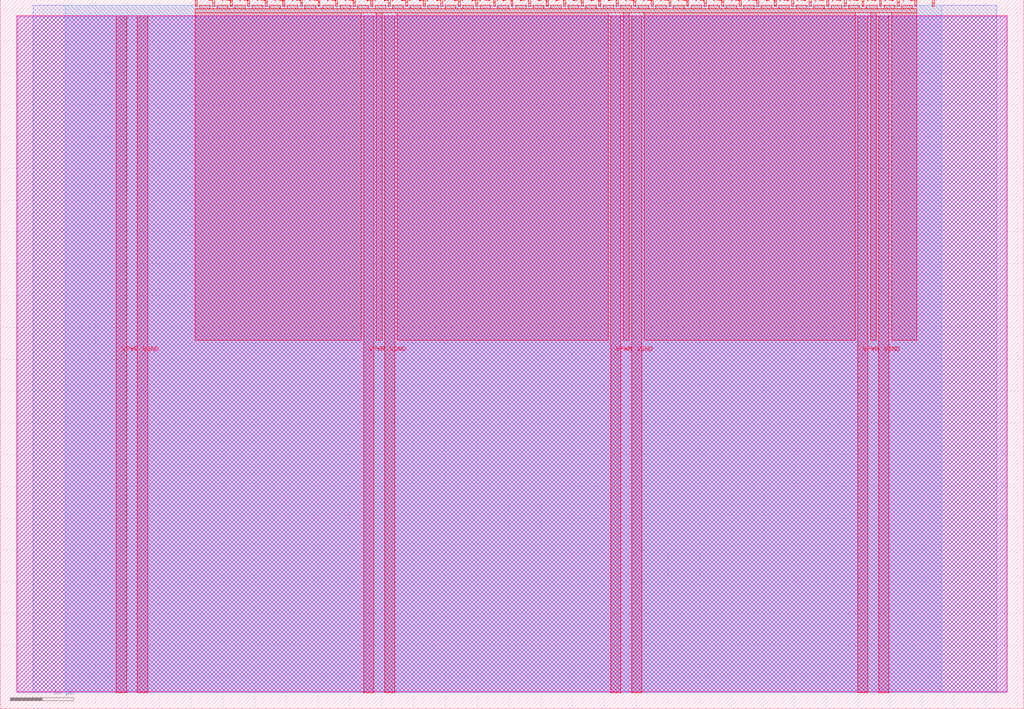
<source format=lef>
VERSION 5.7 ;
  NOWIREEXTENSIONATPIN ON ;
  DIVIDERCHAR "/" ;
  BUSBITCHARS "[]" ;
MACRO tt_um_jonathan_thing_vga
  CLASS BLOCK ;
  FOREIGN tt_um_jonathan_thing_vga ;
  ORIGIN 0.000 0.000 ;
  SIZE 161.000 BY 111.520 ;
  PIN VGND
    DIRECTION INOUT ;
    USE GROUND ;
    PORT
      LAYER met4 ;
        RECT 21.580 2.480 23.180 109.040 ;
    END
    PORT
      LAYER met4 ;
        RECT 60.450 2.480 62.050 109.040 ;
    END
    PORT
      LAYER met4 ;
        RECT 99.320 2.480 100.920 109.040 ;
    END
    PORT
      LAYER met4 ;
        RECT 138.190 2.480 139.790 109.040 ;
    END
  END VGND
  PIN VPWR
    DIRECTION INOUT ;
    USE POWER ;
    PORT
      LAYER met4 ;
        RECT 18.280 2.480 19.880 109.040 ;
    END
    PORT
      LAYER met4 ;
        RECT 57.150 2.480 58.750 109.040 ;
    END
    PORT
      LAYER met4 ;
        RECT 96.020 2.480 97.620 109.040 ;
    END
    PORT
      LAYER met4 ;
        RECT 134.890 2.480 136.490 109.040 ;
    END
  END VPWR
  PIN clk
    DIRECTION INPUT ;
    USE SIGNAL ;
    ANTENNAGATEAREA 0.852000 ;
    PORT
      LAYER met4 ;
        RECT 143.830 110.520 144.130 111.520 ;
    END
  END clk
  PIN ena
    DIRECTION INPUT ;
    USE SIGNAL ;
    PORT
      LAYER met4 ;
        RECT 146.590 110.520 146.890 111.520 ;
    END
  END ena
  PIN rst_n
    DIRECTION INPUT ;
    USE SIGNAL ;
    ANTENNAGATEAREA 0.159000 ;
    PORT
      LAYER met4 ;
        RECT 141.070 110.520 141.370 111.520 ;
    END
  END rst_n
  PIN ui_in[0]
    DIRECTION INPUT ;
    USE SIGNAL ;
    ANTENNAGATEAREA 0.196500 ;
    PORT
      LAYER met4 ;
        RECT 138.310 110.520 138.610 111.520 ;
    END
  END ui_in[0]
  PIN ui_in[1]
    DIRECTION INPUT ;
    USE SIGNAL ;
    PORT
      LAYER met4 ;
        RECT 135.550 110.520 135.850 111.520 ;
    END
  END ui_in[1]
  PIN ui_in[2]
    DIRECTION INPUT ;
    USE SIGNAL ;
    PORT
      LAYER met4 ;
        RECT 132.790 110.520 133.090 111.520 ;
    END
  END ui_in[2]
  PIN ui_in[3]
    DIRECTION INPUT ;
    USE SIGNAL ;
    PORT
      LAYER met4 ;
        RECT 130.030 110.520 130.330 111.520 ;
    END
  END ui_in[3]
  PIN ui_in[4]
    DIRECTION INPUT ;
    USE SIGNAL ;
    ANTENNAGATEAREA 0.126000 ;
    PORT
      LAYER met4 ;
        RECT 127.270 110.520 127.570 111.520 ;
    END
  END ui_in[4]
  PIN ui_in[5]
    DIRECTION INPUT ;
    USE SIGNAL ;
    PORT
      LAYER met4 ;
        RECT 124.510 110.520 124.810 111.520 ;
    END
  END ui_in[5]
  PIN ui_in[6]
    DIRECTION INPUT ;
    USE SIGNAL ;
    PORT
      LAYER met4 ;
        RECT 121.750 110.520 122.050 111.520 ;
    END
  END ui_in[6]
  PIN ui_in[7]
    DIRECTION INPUT ;
    USE SIGNAL ;
    PORT
      LAYER met4 ;
        RECT 118.990 110.520 119.290 111.520 ;
    END
  END ui_in[7]
  PIN uio_in[0]
    DIRECTION INPUT ;
    USE SIGNAL ;
    PORT
      LAYER met4 ;
        RECT 116.230 110.520 116.530 111.520 ;
    END
  END uio_in[0]
  PIN uio_in[1]
    DIRECTION INPUT ;
    USE SIGNAL ;
    PORT
      LAYER met4 ;
        RECT 113.470 110.520 113.770 111.520 ;
    END
  END uio_in[1]
  PIN uio_in[2]
    DIRECTION INPUT ;
    USE SIGNAL ;
    PORT
      LAYER met4 ;
        RECT 110.710 110.520 111.010 111.520 ;
    END
  END uio_in[2]
  PIN uio_in[3]
    DIRECTION INPUT ;
    USE SIGNAL ;
    ANTENNAGATEAREA 0.196500 ;
    PORT
      LAYER met4 ;
        RECT 107.950 110.520 108.250 111.520 ;
    END
  END uio_in[3]
  PIN uio_in[4]
    DIRECTION INPUT ;
    USE SIGNAL ;
    PORT
      LAYER met4 ;
        RECT 105.190 110.520 105.490 111.520 ;
    END
  END uio_in[4]
  PIN uio_in[5]
    DIRECTION INPUT ;
    USE SIGNAL ;
    PORT
      LAYER met4 ;
        RECT 102.430 110.520 102.730 111.520 ;
    END
  END uio_in[5]
  PIN uio_in[6]
    DIRECTION INPUT ;
    USE SIGNAL ;
    ANTENNAGATEAREA 0.196500 ;
    PORT
      LAYER met4 ;
        RECT 99.670 110.520 99.970 111.520 ;
    END
  END uio_in[6]
  PIN uio_in[7]
    DIRECTION INPUT ;
    USE SIGNAL ;
    PORT
      LAYER met4 ;
        RECT 96.910 110.520 97.210 111.520 ;
    END
  END uio_in[7]
  PIN uio_oe[0]
    DIRECTION OUTPUT ;
    USE SIGNAL ;
    PORT
      LAYER met4 ;
        RECT 49.990 110.520 50.290 111.520 ;
    END
  END uio_oe[0]
  PIN uio_oe[1]
    DIRECTION OUTPUT ;
    USE SIGNAL ;
    PORT
      LAYER met4 ;
        RECT 47.230 110.520 47.530 111.520 ;
    END
  END uio_oe[1]
  PIN uio_oe[2]
    DIRECTION OUTPUT ;
    USE SIGNAL ;
    PORT
      LAYER met4 ;
        RECT 44.470 110.520 44.770 111.520 ;
    END
  END uio_oe[2]
  PIN uio_oe[3]
    DIRECTION OUTPUT ;
    USE SIGNAL ;
    ANTENNADIFFAREA 0.445500 ;
    PORT
      LAYER met4 ;
        RECT 41.710 110.520 42.010 111.520 ;
    END
  END uio_oe[3]
  PIN uio_oe[4]
    DIRECTION OUTPUT ;
    USE SIGNAL ;
    PORT
      LAYER met4 ;
        RECT 38.950 110.520 39.250 111.520 ;
    END
  END uio_oe[4]
  PIN uio_oe[5]
    DIRECTION OUTPUT ;
    USE SIGNAL ;
    PORT
      LAYER met4 ;
        RECT 36.190 110.520 36.490 111.520 ;
    END
  END uio_oe[5]
  PIN uio_oe[6]
    DIRECTION OUTPUT ;
    USE SIGNAL ;
    ANTENNADIFFAREA 0.445500 ;
    PORT
      LAYER met4 ;
        RECT 33.430 110.520 33.730 111.520 ;
    END
  END uio_oe[6]
  PIN uio_oe[7]
    DIRECTION OUTPUT ;
    USE SIGNAL ;
    PORT
      LAYER met4 ;
        RECT 30.670 110.520 30.970 111.520 ;
    END
  END uio_oe[7]
  PIN uio_out[0]
    DIRECTION OUTPUT ;
    USE SIGNAL ;
    ANTENNADIFFAREA 0.445500 ;
    PORT
      LAYER met4 ;
        RECT 72.070 110.520 72.370 111.520 ;
    END
  END uio_out[0]
  PIN uio_out[1]
    DIRECTION OUTPUT ;
    USE SIGNAL ;
    ANTENNADIFFAREA 0.795200 ;
    PORT
      LAYER met4 ;
        RECT 69.310 110.520 69.610 111.520 ;
    END
  END uio_out[1]
  PIN uio_out[2]
    DIRECTION OUTPUT ;
    USE SIGNAL ;
    ANTENNADIFFAREA 0.445500 ;
    PORT
      LAYER met4 ;
        RECT 66.550 110.520 66.850 111.520 ;
    END
  END uio_out[2]
  PIN uio_out[3]
    DIRECTION OUTPUT ;
    USE SIGNAL ;
    ANTENNADIFFAREA 0.445500 ;
    PORT
      LAYER met4 ;
        RECT 63.790 110.520 64.090 111.520 ;
    END
  END uio_out[3]
  PIN uio_out[4]
    DIRECTION OUTPUT ;
    USE SIGNAL ;
    ANTENNADIFFAREA 0.445500 ;
    PORT
      LAYER met4 ;
        RECT 61.030 110.520 61.330 111.520 ;
    END
  END uio_out[4]
  PIN uio_out[5]
    DIRECTION OUTPUT ;
    USE SIGNAL ;
    PORT
      LAYER met4 ;
        RECT 58.270 110.520 58.570 111.520 ;
    END
  END uio_out[5]
  PIN uio_out[6]
    DIRECTION OUTPUT ;
    USE SIGNAL ;
    ANTENNADIFFAREA 0.445500 ;
    PORT
      LAYER met4 ;
        RECT 55.510 110.520 55.810 111.520 ;
    END
  END uio_out[6]
  PIN uio_out[7]
    DIRECTION OUTPUT ;
    USE SIGNAL ;
    ANTENNADIFFAREA 0.445500 ;
    PORT
      LAYER met4 ;
        RECT 52.750 110.520 53.050 111.520 ;
    END
  END uio_out[7]
  PIN uo_out[0]
    DIRECTION OUTPUT ;
    USE SIGNAL ;
    ANTENNADIFFAREA 0.445500 ;
    PORT
      LAYER met4 ;
        RECT 94.150 110.520 94.450 111.520 ;
    END
  END uo_out[0]
  PIN uo_out[1]
    DIRECTION OUTPUT ;
    USE SIGNAL ;
    ANTENNADIFFAREA 0.445500 ;
    PORT
      LAYER met4 ;
        RECT 91.390 110.520 91.690 111.520 ;
    END
  END uo_out[1]
  PIN uo_out[2]
    DIRECTION OUTPUT ;
    USE SIGNAL ;
    ANTENNADIFFAREA 0.445500 ;
    PORT
      LAYER met4 ;
        RECT 88.630 110.520 88.930 111.520 ;
    END
  END uo_out[2]
  PIN uo_out[3]
    DIRECTION OUTPUT ;
    USE SIGNAL ;
    ANTENNADIFFAREA 0.445500 ;
    PORT
      LAYER met4 ;
        RECT 85.870 110.520 86.170 111.520 ;
    END
  END uo_out[3]
  PIN uo_out[4]
    DIRECTION OUTPUT ;
    USE SIGNAL ;
    ANTENNADIFFAREA 0.445500 ;
    PORT
      LAYER met4 ;
        RECT 83.110 110.520 83.410 111.520 ;
    END
  END uo_out[4]
  PIN uo_out[5]
    DIRECTION OUTPUT ;
    USE SIGNAL ;
    ANTENNADIFFAREA 0.445500 ;
    PORT
      LAYER met4 ;
        RECT 80.350 110.520 80.650 111.520 ;
    END
  END uo_out[5]
  PIN uo_out[6]
    DIRECTION OUTPUT ;
    USE SIGNAL ;
    ANTENNADIFFAREA 0.445500 ;
    PORT
      LAYER met4 ;
        RECT 77.590 110.520 77.890 111.520 ;
    END
  END uo_out[6]
  PIN uo_out[7]
    DIRECTION OUTPUT ;
    USE SIGNAL ;
    ANTENNADIFFAREA 0.445500 ;
    PORT
      LAYER met4 ;
        RECT 74.830 110.520 75.130 111.520 ;
    END
  END uo_out[7]
  OBS
      LAYER nwell ;
        RECT 2.570 2.635 158.430 108.990 ;
      LAYER li1 ;
        RECT 2.760 2.635 158.240 108.885 ;
      LAYER met1 ;
        RECT 2.760 2.480 158.240 109.040 ;
      LAYER met2 ;
        RECT 5.160 2.535 156.760 110.685 ;
      LAYER met3 ;
        RECT 10.185 2.555 148.055 110.665 ;
      LAYER met4 ;
        RECT 31.370 110.120 33.030 110.665 ;
        RECT 34.130 110.120 35.790 110.665 ;
        RECT 36.890 110.120 38.550 110.665 ;
        RECT 39.650 110.120 41.310 110.665 ;
        RECT 42.410 110.120 44.070 110.665 ;
        RECT 45.170 110.120 46.830 110.665 ;
        RECT 47.930 110.120 49.590 110.665 ;
        RECT 50.690 110.120 52.350 110.665 ;
        RECT 53.450 110.120 55.110 110.665 ;
        RECT 56.210 110.120 57.870 110.665 ;
        RECT 58.970 110.120 60.630 110.665 ;
        RECT 61.730 110.120 63.390 110.665 ;
        RECT 64.490 110.120 66.150 110.665 ;
        RECT 67.250 110.120 68.910 110.665 ;
        RECT 70.010 110.120 71.670 110.665 ;
        RECT 72.770 110.120 74.430 110.665 ;
        RECT 75.530 110.120 77.190 110.665 ;
        RECT 78.290 110.120 79.950 110.665 ;
        RECT 81.050 110.120 82.710 110.665 ;
        RECT 83.810 110.120 85.470 110.665 ;
        RECT 86.570 110.120 88.230 110.665 ;
        RECT 89.330 110.120 90.990 110.665 ;
        RECT 92.090 110.120 93.750 110.665 ;
        RECT 94.850 110.120 96.510 110.665 ;
        RECT 97.610 110.120 99.270 110.665 ;
        RECT 100.370 110.120 102.030 110.665 ;
        RECT 103.130 110.120 104.790 110.665 ;
        RECT 105.890 110.120 107.550 110.665 ;
        RECT 108.650 110.120 110.310 110.665 ;
        RECT 111.410 110.120 113.070 110.665 ;
        RECT 114.170 110.120 115.830 110.665 ;
        RECT 116.930 110.120 118.590 110.665 ;
        RECT 119.690 110.120 121.350 110.665 ;
        RECT 122.450 110.120 124.110 110.665 ;
        RECT 125.210 110.120 126.870 110.665 ;
        RECT 127.970 110.120 129.630 110.665 ;
        RECT 130.730 110.120 132.390 110.665 ;
        RECT 133.490 110.120 135.150 110.665 ;
        RECT 136.250 110.120 137.910 110.665 ;
        RECT 139.010 110.120 140.670 110.665 ;
        RECT 141.770 110.120 143.430 110.665 ;
        RECT 30.655 109.440 144.145 110.120 ;
        RECT 30.655 57.975 56.750 109.440 ;
        RECT 59.150 57.975 60.050 109.440 ;
        RECT 62.450 57.975 95.620 109.440 ;
        RECT 98.020 57.975 98.920 109.440 ;
        RECT 101.320 57.975 134.490 109.440 ;
        RECT 136.890 57.975 137.790 109.440 ;
        RECT 140.190 57.975 144.145 109.440 ;
  END
END tt_um_jonathan_thing_vga
END LIBRARY


</source>
